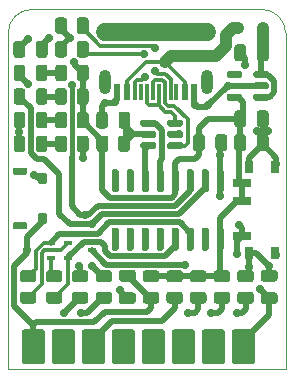
<source format=gbr>
G04 #@! TF.GenerationSoftware,KiCad,Pcbnew,6.0.7+dfsg-1~bpo11+1*
G04 #@! TF.ProjectId,project,70726f6a-6563-4742-9e6b-696361645f70,rev?*
G04 #@! TF.SameCoordinates,Original*
G04 #@! TF.FileFunction,Copper,L1,Top*
G04 #@! TF.FilePolarity,Positive*
%FSLAX46Y46*%
G04 Gerber Fmt 4.6, Leading zero omitted, Abs format (unit mm)*
%MOMM*%
%LPD*%
G01*
G04 APERTURE LIST*
G04 #@! TA.AperFunction,Profile*
%ADD10C,0.100000*%
G04 #@! TD*
G04 #@! TA.AperFunction,SMDPad,CuDef*
%ADD11R,0.600000X0.450000*%
G04 #@! TD*
G04 #@! TA.AperFunction,SMDPad,CuDef*
%ADD12R,1.500000X0.700000*%
G04 #@! TD*
G04 #@! TA.AperFunction,SMDPad,CuDef*
%ADD13R,0.800000X1.000000*%
G04 #@! TD*
G04 #@! TA.AperFunction,SMDPad,CuDef*
%ADD14R,0.600000X1.450000*%
G04 #@! TD*
G04 #@! TA.AperFunction,SMDPad,CuDef*
%ADD15R,0.300000X1.450000*%
G04 #@! TD*
G04 #@! TA.AperFunction,ComponentPad*
%ADD16O,1.000000X2.100000*%
G04 #@! TD*
G04 #@! TA.AperFunction,ComponentPad*
%ADD17O,1.000000X1.600000*%
G04 #@! TD*
G04 #@! TA.AperFunction,SMDPad,CuDef*
%ADD18R,0.700000X0.450000*%
G04 #@! TD*
G04 #@! TA.AperFunction,ViaPad*
%ADD19C,0.700000*%
G04 #@! TD*
G04 #@! TA.AperFunction,Conductor*
%ADD20C,0.500000*%
G04 #@! TD*
G04 #@! TA.AperFunction,Conductor*
%ADD21C,1.000000*%
G04 #@! TD*
G04 #@! TA.AperFunction,Conductor*
%ADD22C,0.300000*%
G04 #@! TD*
G04 #@! TA.AperFunction,Conductor*
%ADD23C,0.400000*%
G04 #@! TD*
G04 #@! TA.AperFunction,Conductor*
%ADD24C,1.500000*%
G04 #@! TD*
G04 APERTURE END LIST*
D10*
X122250000Y-126475000D02*
X101150000Y-126475000D01*
X123500000Y-98000000D02*
X123500000Y-126475000D01*
X100000000Y-98000000D02*
X100000000Y-126475000D01*
X123500000Y-98000000D02*
G75*
G03*
X121500000Y-96000000I-2000000J0D01*
G01*
X122250000Y-126475000D02*
X123500000Y-126475000D01*
X102000000Y-96000000D02*
X121500000Y-96000000D01*
X101150000Y-126475000D02*
X100000000Y-126475000D01*
X102000000Y-96000000D02*
G75*
G03*
X100000000Y-98000000I0J-2000000D01*
G01*
G04 #@! TA.AperFunction,SMDPad,CuDef*
G36*
G01*
X112550000Y-120925000D02*
X111650000Y-120925000D01*
G75*
G02*
X111400000Y-120675000I0J250000D01*
G01*
X111400000Y-120150000D01*
G75*
G02*
X111650000Y-119900000I250000J0D01*
G01*
X112550000Y-119900000D01*
G75*
G02*
X112800000Y-120150000I0J-250000D01*
G01*
X112800000Y-120675000D01*
G75*
G02*
X112550000Y-120925000I-250000J0D01*
G01*
G37*
G04 #@! TD.AperFunction*
G04 #@! TA.AperFunction,SMDPad,CuDef*
G36*
G01*
X112550000Y-119100000D02*
X111650000Y-119100000D01*
G75*
G02*
X111400000Y-118850000I0J250000D01*
G01*
X111400000Y-118325000D01*
G75*
G02*
X111650000Y-118075000I250000J0D01*
G01*
X112550000Y-118075000D01*
G75*
G02*
X112800000Y-118325000I0J-250000D01*
G01*
X112800000Y-118850000D01*
G75*
G02*
X112550000Y-119100000I-250000J0D01*
G01*
G37*
G04 #@! TD.AperFunction*
G04 #@! TA.AperFunction,SMDPad,CuDef*
G36*
G01*
X110325000Y-106925000D02*
X110325000Y-107825000D01*
G75*
G02*
X110075000Y-108075000I-250000J0D01*
G01*
X109550000Y-108075000D01*
G75*
G02*
X109300000Y-107825000I0J250000D01*
G01*
X109300000Y-106925000D01*
G75*
G02*
X109550000Y-106675000I250000J0D01*
G01*
X110075000Y-106675000D01*
G75*
G02*
X110325000Y-106925000I0J-250000D01*
G01*
G37*
G04 #@! TD.AperFunction*
G04 #@! TA.AperFunction,SMDPad,CuDef*
G36*
G01*
X108500000Y-106925000D02*
X108500000Y-107825000D01*
G75*
G02*
X108250000Y-108075000I-250000J0D01*
G01*
X107725000Y-108075000D01*
G75*
G02*
X107475000Y-107825000I0J250000D01*
G01*
X107475000Y-106925000D01*
G75*
G02*
X107725000Y-106675000I250000J0D01*
G01*
X108250000Y-106675000D01*
G75*
G02*
X108500000Y-106925000I0J-250000D01*
G01*
G37*
G04 #@! TD.AperFunction*
G04 #@! TA.AperFunction,SMDPad,CuDef*
G36*
G01*
X109625000Y-118050000D02*
X110575000Y-118050000D01*
G75*
G02*
X110825000Y-118300000I0J-250000D01*
G01*
X110825000Y-118800000D01*
G75*
G02*
X110575000Y-119050000I-250000J0D01*
G01*
X109625000Y-119050000D01*
G75*
G02*
X109375000Y-118800000I0J250000D01*
G01*
X109375000Y-118300000D01*
G75*
G02*
X109625000Y-118050000I250000J0D01*
G01*
G37*
G04 #@! TD.AperFunction*
G04 #@! TA.AperFunction,SMDPad,CuDef*
G36*
G01*
X109625000Y-119950000D02*
X110575000Y-119950000D01*
G75*
G02*
X110825000Y-120200000I0J-250000D01*
G01*
X110825000Y-120700000D01*
G75*
G02*
X110575000Y-120950000I-250000J0D01*
G01*
X109625000Y-120950000D01*
G75*
G02*
X109375000Y-120700000I0J250000D01*
G01*
X109375000Y-120200000D01*
G75*
G02*
X109625000Y-119950000I250000J0D01*
G01*
G37*
G04 #@! TD.AperFunction*
G04 #@! TA.AperFunction,SMDPad,CuDef*
G36*
G01*
X103450000Y-118075000D02*
X104350000Y-118075000D01*
G75*
G02*
X104600000Y-118325000I0J-250000D01*
G01*
X104600000Y-118850000D01*
G75*
G02*
X104350000Y-119100000I-250000J0D01*
G01*
X103450000Y-119100000D01*
G75*
G02*
X103200000Y-118850000I0J250000D01*
G01*
X103200000Y-118325000D01*
G75*
G02*
X103450000Y-118075000I250000J0D01*
G01*
G37*
G04 #@! TD.AperFunction*
G04 #@! TA.AperFunction,SMDPad,CuDef*
G36*
G01*
X103450000Y-119900000D02*
X104350000Y-119900000D01*
G75*
G02*
X104600000Y-120150000I0J-250000D01*
G01*
X104600000Y-120675000D01*
G75*
G02*
X104350000Y-120925000I-250000J0D01*
G01*
X103450000Y-120925000D01*
G75*
G02*
X103200000Y-120675000I0J250000D01*
G01*
X103200000Y-120150000D01*
G75*
G02*
X103450000Y-119900000I250000J0D01*
G01*
G37*
G04 #@! TD.AperFunction*
G04 #@! TA.AperFunction,SMDPad,CuDef*
G36*
G01*
X103350000Y-98900000D02*
X103350000Y-99850000D01*
G75*
G02*
X103100000Y-100100000I-250000J0D01*
G01*
X102600000Y-100100000D01*
G75*
G02*
X102350000Y-99850000I0J250000D01*
G01*
X102350000Y-98900000D01*
G75*
G02*
X102600000Y-98650000I250000J0D01*
G01*
X103100000Y-98650000D01*
G75*
G02*
X103350000Y-98900000I0J-250000D01*
G01*
G37*
G04 #@! TD.AperFunction*
G04 #@! TA.AperFunction,SMDPad,CuDef*
G36*
G01*
X101450000Y-98900000D02*
X101450000Y-99850000D01*
G75*
G02*
X101200000Y-100100000I-250000J0D01*
G01*
X100700000Y-100100000D01*
G75*
G02*
X100450000Y-99850000I0J250000D01*
G01*
X100450000Y-98900000D01*
G75*
G02*
X100700000Y-98650000I250000J0D01*
G01*
X101200000Y-98650000D01*
G75*
G02*
X101450000Y-98900000I0J-250000D01*
G01*
G37*
G04 #@! TD.AperFunction*
G04 #@! TA.AperFunction,SMDPad,CuDef*
G36*
G01*
X100475000Y-101831250D02*
X100475000Y-100918750D01*
G75*
G02*
X100718750Y-100675000I243750J0D01*
G01*
X101206250Y-100675000D01*
G75*
G02*
X101450000Y-100918750I0J-243750D01*
G01*
X101450000Y-101831250D01*
G75*
G02*
X101206250Y-102075000I-243750J0D01*
G01*
X100718750Y-102075000D01*
G75*
G02*
X100475000Y-101831250I0J243750D01*
G01*
G37*
G04 #@! TD.AperFunction*
G04 #@! TA.AperFunction,SMDPad,CuDef*
G36*
G01*
X102350000Y-101831250D02*
X102350000Y-100918750D01*
G75*
G02*
X102593750Y-100675000I243750J0D01*
G01*
X103081250Y-100675000D01*
G75*
G02*
X103325000Y-100918750I0J-243750D01*
G01*
X103325000Y-101831250D01*
G75*
G02*
X103081250Y-102075000I-243750J0D01*
G01*
X102593750Y-102075000D01*
G75*
G02*
X102350000Y-101831250I0J243750D01*
G01*
G37*
G04 #@! TD.AperFunction*
G04 #@! TA.AperFunction,SMDPad,CuDef*
G36*
G01*
X100475000Y-103831250D02*
X100475000Y-102918750D01*
G75*
G02*
X100718750Y-102675000I243750J0D01*
G01*
X101206250Y-102675000D01*
G75*
G02*
X101450000Y-102918750I0J-243750D01*
G01*
X101450000Y-103831250D01*
G75*
G02*
X101206250Y-104075000I-243750J0D01*
G01*
X100718750Y-104075000D01*
G75*
G02*
X100475000Y-103831250I0J243750D01*
G01*
G37*
G04 #@! TD.AperFunction*
G04 #@! TA.AperFunction,SMDPad,CuDef*
G36*
G01*
X102350000Y-103831250D02*
X102350000Y-102918750D01*
G75*
G02*
X102593750Y-102675000I243750J0D01*
G01*
X103081250Y-102675000D01*
G75*
G02*
X103325000Y-102918750I0J-243750D01*
G01*
X103325000Y-103831250D01*
G75*
G02*
X103081250Y-104075000I-243750J0D01*
G01*
X102593750Y-104075000D01*
G75*
G02*
X102350000Y-103831250I0J243750D01*
G01*
G37*
G04 #@! TD.AperFunction*
G04 #@! TA.AperFunction,SMDPad,CuDef*
G36*
G01*
X119150000Y-107750000D02*
X119150000Y-106800000D01*
G75*
G02*
X119400000Y-106550000I250000J0D01*
G01*
X119900000Y-106550000D01*
G75*
G02*
X120150000Y-106800000I0J-250000D01*
G01*
X120150000Y-107750000D01*
G75*
G02*
X119900000Y-108000000I-250000J0D01*
G01*
X119400000Y-108000000D01*
G75*
G02*
X119150000Y-107750000I0J250000D01*
G01*
G37*
G04 #@! TD.AperFunction*
G04 #@! TA.AperFunction,SMDPad,CuDef*
G36*
G01*
X121050000Y-107750000D02*
X121050000Y-106800000D01*
G75*
G02*
X121300000Y-106550000I250000J0D01*
G01*
X121800000Y-106550000D01*
G75*
G02*
X122050000Y-106800000I0J-250000D01*
G01*
X122050000Y-107750000D01*
G75*
G02*
X121800000Y-108000000I-250000J0D01*
G01*
X121300000Y-108000000D01*
G75*
G02*
X121050000Y-107750000I0J250000D01*
G01*
G37*
G04 #@! TD.AperFunction*
G04 #@! TA.AperFunction,SMDPad,CuDef*
G36*
G01*
X118550000Y-120925000D02*
X117650000Y-120925000D01*
G75*
G02*
X117400000Y-120675000I0J250000D01*
G01*
X117400000Y-120150000D01*
G75*
G02*
X117650000Y-119900000I250000J0D01*
G01*
X118550000Y-119900000D01*
G75*
G02*
X118800000Y-120150000I0J-250000D01*
G01*
X118800000Y-120675000D01*
G75*
G02*
X118550000Y-120925000I-250000J0D01*
G01*
G37*
G04 #@! TD.AperFunction*
G04 #@! TA.AperFunction,SMDPad,CuDef*
G36*
G01*
X118550000Y-119100000D02*
X117650000Y-119100000D01*
G75*
G02*
X117400000Y-118850000I0J250000D01*
G01*
X117400000Y-118325000D01*
G75*
G02*
X117650000Y-118075000I250000J0D01*
G01*
X118550000Y-118075000D01*
G75*
G02*
X118800000Y-118325000I0J-250000D01*
G01*
X118800000Y-118850000D01*
G75*
G02*
X118550000Y-119100000I-250000J0D01*
G01*
G37*
G04 #@! TD.AperFunction*
G04 #@! TA.AperFunction,SMDPad,CuDef*
G36*
G01*
X117795000Y-109525000D02*
X118095000Y-109525000D01*
G75*
G02*
X118245000Y-109675000I0J-150000D01*
G01*
X118245000Y-111325000D01*
G75*
G02*
X118095000Y-111475000I-150000J0D01*
G01*
X117795000Y-111475000D01*
G75*
G02*
X117645000Y-111325000I0J150000D01*
G01*
X117645000Y-109675000D01*
G75*
G02*
X117795000Y-109525000I150000J0D01*
G01*
G37*
G04 #@! TD.AperFunction*
G04 #@! TA.AperFunction,SMDPad,CuDef*
G36*
G01*
X116525000Y-109525000D02*
X116825000Y-109525000D01*
G75*
G02*
X116975000Y-109675000I0J-150000D01*
G01*
X116975000Y-111325000D01*
G75*
G02*
X116825000Y-111475000I-150000J0D01*
G01*
X116525000Y-111475000D01*
G75*
G02*
X116375000Y-111325000I0J150000D01*
G01*
X116375000Y-109675000D01*
G75*
G02*
X116525000Y-109525000I150000J0D01*
G01*
G37*
G04 #@! TD.AperFunction*
G04 #@! TA.AperFunction,SMDPad,CuDef*
G36*
G01*
X115255000Y-109525000D02*
X115555000Y-109525000D01*
G75*
G02*
X115705000Y-109675000I0J-150000D01*
G01*
X115705000Y-111325000D01*
G75*
G02*
X115555000Y-111475000I-150000J0D01*
G01*
X115255000Y-111475000D01*
G75*
G02*
X115105000Y-111325000I0J150000D01*
G01*
X115105000Y-109675000D01*
G75*
G02*
X115255000Y-109525000I150000J0D01*
G01*
G37*
G04 #@! TD.AperFunction*
G04 #@! TA.AperFunction,SMDPad,CuDef*
G36*
G01*
X113985000Y-109525000D02*
X114285000Y-109525000D01*
G75*
G02*
X114435000Y-109675000I0J-150000D01*
G01*
X114435000Y-111325000D01*
G75*
G02*
X114285000Y-111475000I-150000J0D01*
G01*
X113985000Y-111475000D01*
G75*
G02*
X113835000Y-111325000I0J150000D01*
G01*
X113835000Y-109675000D01*
G75*
G02*
X113985000Y-109525000I150000J0D01*
G01*
G37*
G04 #@! TD.AperFunction*
G04 #@! TA.AperFunction,SMDPad,CuDef*
G36*
G01*
X112715000Y-109525000D02*
X113015000Y-109525000D01*
G75*
G02*
X113165000Y-109675000I0J-150000D01*
G01*
X113165000Y-111325000D01*
G75*
G02*
X113015000Y-111475000I-150000J0D01*
G01*
X112715000Y-111475000D01*
G75*
G02*
X112565000Y-111325000I0J150000D01*
G01*
X112565000Y-109675000D01*
G75*
G02*
X112715000Y-109525000I150000J0D01*
G01*
G37*
G04 #@! TD.AperFunction*
G04 #@! TA.AperFunction,SMDPad,CuDef*
G36*
G01*
X111445000Y-109525000D02*
X111745000Y-109525000D01*
G75*
G02*
X111895000Y-109675000I0J-150000D01*
G01*
X111895000Y-111325000D01*
G75*
G02*
X111745000Y-111475000I-150000J0D01*
G01*
X111445000Y-111475000D01*
G75*
G02*
X111295000Y-111325000I0J150000D01*
G01*
X111295000Y-109675000D01*
G75*
G02*
X111445000Y-109525000I150000J0D01*
G01*
G37*
G04 #@! TD.AperFunction*
G04 #@! TA.AperFunction,SMDPad,CuDef*
G36*
G01*
X110175000Y-109525000D02*
X110475000Y-109525000D01*
G75*
G02*
X110625000Y-109675000I0J-150000D01*
G01*
X110625000Y-111325000D01*
G75*
G02*
X110475000Y-111475000I-150000J0D01*
G01*
X110175000Y-111475000D01*
G75*
G02*
X110025000Y-111325000I0J150000D01*
G01*
X110025000Y-109675000D01*
G75*
G02*
X110175000Y-109525000I150000J0D01*
G01*
G37*
G04 #@! TD.AperFunction*
G04 #@! TA.AperFunction,SMDPad,CuDef*
G36*
G01*
X108905000Y-109525000D02*
X109205000Y-109525000D01*
G75*
G02*
X109355000Y-109675000I0J-150000D01*
G01*
X109355000Y-111325000D01*
G75*
G02*
X109205000Y-111475000I-150000J0D01*
G01*
X108905000Y-111475000D01*
G75*
G02*
X108755000Y-111325000I0J150000D01*
G01*
X108755000Y-109675000D01*
G75*
G02*
X108905000Y-109525000I150000J0D01*
G01*
G37*
G04 #@! TD.AperFunction*
G04 #@! TA.AperFunction,SMDPad,CuDef*
G36*
G01*
X108905000Y-114475000D02*
X109205000Y-114475000D01*
G75*
G02*
X109355000Y-114625000I0J-150000D01*
G01*
X109355000Y-116275000D01*
G75*
G02*
X109205000Y-116425000I-150000J0D01*
G01*
X108905000Y-116425000D01*
G75*
G02*
X108755000Y-116275000I0J150000D01*
G01*
X108755000Y-114625000D01*
G75*
G02*
X108905000Y-114475000I150000J0D01*
G01*
G37*
G04 #@! TD.AperFunction*
G04 #@! TA.AperFunction,SMDPad,CuDef*
G36*
G01*
X110175000Y-114475000D02*
X110475000Y-114475000D01*
G75*
G02*
X110625000Y-114625000I0J-150000D01*
G01*
X110625000Y-116275000D01*
G75*
G02*
X110475000Y-116425000I-150000J0D01*
G01*
X110175000Y-116425000D01*
G75*
G02*
X110025000Y-116275000I0J150000D01*
G01*
X110025000Y-114625000D01*
G75*
G02*
X110175000Y-114475000I150000J0D01*
G01*
G37*
G04 #@! TD.AperFunction*
G04 #@! TA.AperFunction,SMDPad,CuDef*
G36*
G01*
X111445000Y-114475000D02*
X111745000Y-114475000D01*
G75*
G02*
X111895000Y-114625000I0J-150000D01*
G01*
X111895000Y-116275000D01*
G75*
G02*
X111745000Y-116425000I-150000J0D01*
G01*
X111445000Y-116425000D01*
G75*
G02*
X111295000Y-116275000I0J150000D01*
G01*
X111295000Y-114625000D01*
G75*
G02*
X111445000Y-114475000I150000J0D01*
G01*
G37*
G04 #@! TD.AperFunction*
G04 #@! TA.AperFunction,SMDPad,CuDef*
G36*
G01*
X112715000Y-114475000D02*
X113015000Y-114475000D01*
G75*
G02*
X113165000Y-114625000I0J-150000D01*
G01*
X113165000Y-116275000D01*
G75*
G02*
X113015000Y-116425000I-150000J0D01*
G01*
X112715000Y-116425000D01*
G75*
G02*
X112565000Y-116275000I0J150000D01*
G01*
X112565000Y-114625000D01*
G75*
G02*
X112715000Y-114475000I150000J0D01*
G01*
G37*
G04 #@! TD.AperFunction*
G04 #@! TA.AperFunction,SMDPad,CuDef*
G36*
G01*
X113985000Y-114475000D02*
X114285000Y-114475000D01*
G75*
G02*
X114435000Y-114625000I0J-150000D01*
G01*
X114435000Y-116275000D01*
G75*
G02*
X114285000Y-116425000I-150000J0D01*
G01*
X113985000Y-116425000D01*
G75*
G02*
X113835000Y-116275000I0J150000D01*
G01*
X113835000Y-114625000D01*
G75*
G02*
X113985000Y-114475000I150000J0D01*
G01*
G37*
G04 #@! TD.AperFunction*
G04 #@! TA.AperFunction,SMDPad,CuDef*
G36*
G01*
X115255000Y-114475000D02*
X115555000Y-114475000D01*
G75*
G02*
X115705000Y-114625000I0J-150000D01*
G01*
X115705000Y-116275000D01*
G75*
G02*
X115555000Y-116425000I-150000J0D01*
G01*
X115255000Y-116425000D01*
G75*
G02*
X115105000Y-116275000I0J150000D01*
G01*
X115105000Y-114625000D01*
G75*
G02*
X115255000Y-114475000I150000J0D01*
G01*
G37*
G04 #@! TD.AperFunction*
G04 #@! TA.AperFunction,SMDPad,CuDef*
G36*
G01*
X116525000Y-114475000D02*
X116825000Y-114475000D01*
G75*
G02*
X116975000Y-114625000I0J-150000D01*
G01*
X116975000Y-116275000D01*
G75*
G02*
X116825000Y-116425000I-150000J0D01*
G01*
X116525000Y-116425000D01*
G75*
G02*
X116375000Y-116275000I0J150000D01*
G01*
X116375000Y-114625000D01*
G75*
G02*
X116525000Y-114475000I150000J0D01*
G01*
G37*
G04 #@! TD.AperFunction*
G04 #@! TA.AperFunction,SMDPad,CuDef*
G36*
G01*
X117795000Y-114475000D02*
X118095000Y-114475000D01*
G75*
G02*
X118245000Y-114625000I0J-150000D01*
G01*
X118245000Y-116275000D01*
G75*
G02*
X118095000Y-116425000I-150000J0D01*
G01*
X117795000Y-116425000D01*
G75*
G02*
X117645000Y-116275000I0J150000D01*
G01*
X117645000Y-114625000D01*
G75*
G02*
X117795000Y-114475000I150000J0D01*
G01*
G37*
G04 #@! TD.AperFunction*
G04 #@! TA.AperFunction,SMDPad,CuDef*
G36*
G01*
X115650000Y-107750000D02*
X115650000Y-106800000D01*
G75*
G02*
X115900000Y-106550000I250000J0D01*
G01*
X116400000Y-106550000D01*
G75*
G02*
X116650000Y-106800000I0J-250000D01*
G01*
X116650000Y-107750000D01*
G75*
G02*
X116400000Y-108000000I-250000J0D01*
G01*
X115900000Y-108000000D01*
G75*
G02*
X115650000Y-107750000I0J250000D01*
G01*
G37*
G04 #@! TD.AperFunction*
G04 #@! TA.AperFunction,SMDPad,CuDef*
G36*
G01*
X117550000Y-107750000D02*
X117550000Y-106800000D01*
G75*
G02*
X117800000Y-106550000I250000J0D01*
G01*
X118300000Y-106550000D01*
G75*
G02*
X118550000Y-106800000I0J-250000D01*
G01*
X118550000Y-107750000D01*
G75*
G02*
X118300000Y-108000000I-250000J0D01*
G01*
X117800000Y-108000000D01*
G75*
G02*
X117550000Y-107750000I0J250000D01*
G01*
G37*
G04 #@! TD.AperFunction*
G04 #@! TA.AperFunction,SMDPad,CuDef*
G36*
G01*
X103975000Y-99825000D02*
X103975000Y-98925000D01*
G75*
G02*
X104225000Y-98675000I250000J0D01*
G01*
X104750000Y-98675000D01*
G75*
G02*
X105000000Y-98925000I0J-250000D01*
G01*
X105000000Y-99825000D01*
G75*
G02*
X104750000Y-100075000I-250000J0D01*
G01*
X104225000Y-100075000D01*
G75*
G02*
X103975000Y-99825000I0J250000D01*
G01*
G37*
G04 #@! TD.AperFunction*
G04 #@! TA.AperFunction,SMDPad,CuDef*
G36*
G01*
X105800000Y-99825000D02*
X105800000Y-98925000D01*
G75*
G02*
X106050000Y-98675000I250000J0D01*
G01*
X106575000Y-98675000D01*
G75*
G02*
X106825000Y-98925000I0J-250000D01*
G01*
X106825000Y-99825000D01*
G75*
G02*
X106575000Y-100075000I-250000J0D01*
G01*
X106050000Y-100075000D01*
G75*
G02*
X105800000Y-99825000I0J250000D01*
G01*
G37*
G04 #@! TD.AperFunction*
D11*
X121550000Y-97575000D03*
X119450000Y-97575000D03*
G04 #@! TA.AperFunction,SMDPad,CuDef*
G36*
G01*
X103975000Y-103825000D02*
X103975000Y-102925000D01*
G75*
G02*
X104225000Y-102675000I250000J0D01*
G01*
X104750000Y-102675000D01*
G75*
G02*
X105000000Y-102925000I0J-250000D01*
G01*
X105000000Y-103825000D01*
G75*
G02*
X104750000Y-104075000I-250000J0D01*
G01*
X104225000Y-104075000D01*
G75*
G02*
X103975000Y-103825000I0J250000D01*
G01*
G37*
G04 #@! TD.AperFunction*
G04 #@! TA.AperFunction,SMDPad,CuDef*
G36*
G01*
X105800000Y-103825000D02*
X105800000Y-102925000D01*
G75*
G02*
X106050000Y-102675000I250000J0D01*
G01*
X106575000Y-102675000D01*
G75*
G02*
X106825000Y-102925000I0J-250000D01*
G01*
X106825000Y-103825000D01*
G75*
G02*
X106575000Y-104075000I-250000J0D01*
G01*
X106050000Y-104075000D01*
G75*
G02*
X105800000Y-103825000I0J250000D01*
G01*
G37*
G04 #@! TD.AperFunction*
G04 #@! TA.AperFunction,SMDPad,CuDef*
G36*
G01*
X103975000Y-97825000D02*
X103975000Y-96925000D01*
G75*
G02*
X104225000Y-96675000I250000J0D01*
G01*
X104750000Y-96675000D01*
G75*
G02*
X105000000Y-96925000I0J-250000D01*
G01*
X105000000Y-97825000D01*
G75*
G02*
X104750000Y-98075000I-250000J0D01*
G01*
X104225000Y-98075000D01*
G75*
G02*
X103975000Y-97825000I0J250000D01*
G01*
G37*
G04 #@! TD.AperFunction*
G04 #@! TA.AperFunction,SMDPad,CuDef*
G36*
G01*
X105800000Y-97825000D02*
X105800000Y-96925000D01*
G75*
G02*
X106050000Y-96675000I250000J0D01*
G01*
X106575000Y-96675000D01*
G75*
G02*
X106825000Y-96925000I0J-250000D01*
G01*
X106825000Y-97825000D01*
G75*
G02*
X106575000Y-98075000I-250000J0D01*
G01*
X106050000Y-98075000D01*
G75*
G02*
X105800000Y-97825000I0J250000D01*
G01*
G37*
G04 #@! TD.AperFunction*
G04 #@! TA.AperFunction,SMDPad,CuDef*
G36*
G01*
X122100000Y-103275000D02*
X122100000Y-103575000D01*
G75*
G02*
X121950000Y-103725000I-150000J0D01*
G01*
X120925000Y-103725000D01*
G75*
G02*
X120775000Y-103575000I0J150000D01*
G01*
X120775000Y-103275000D01*
G75*
G02*
X120925000Y-103125000I150000J0D01*
G01*
X121950000Y-103125000D01*
G75*
G02*
X122100000Y-103275000I0J-150000D01*
G01*
G37*
G04 #@! TD.AperFunction*
G04 #@! TA.AperFunction,SMDPad,CuDef*
G36*
G01*
X122100000Y-102325000D02*
X122100000Y-102625000D01*
G75*
G02*
X121950000Y-102775000I-150000J0D01*
G01*
X120925000Y-102775000D01*
G75*
G02*
X120775000Y-102625000I0J150000D01*
G01*
X120775000Y-102325000D01*
G75*
G02*
X120925000Y-102175000I150000J0D01*
G01*
X121950000Y-102175000D01*
G75*
G02*
X122100000Y-102325000I0J-150000D01*
G01*
G37*
G04 #@! TD.AperFunction*
G04 #@! TA.AperFunction,SMDPad,CuDef*
G36*
G01*
X122100000Y-101375000D02*
X122100000Y-101675000D01*
G75*
G02*
X121950000Y-101825000I-150000J0D01*
G01*
X120925000Y-101825000D01*
G75*
G02*
X120775000Y-101675000I0J150000D01*
G01*
X120775000Y-101375000D01*
G75*
G02*
X120925000Y-101225000I150000J0D01*
G01*
X121950000Y-101225000D01*
G75*
G02*
X122100000Y-101375000I0J-150000D01*
G01*
G37*
G04 #@! TD.AperFunction*
G04 #@! TA.AperFunction,SMDPad,CuDef*
G36*
G01*
X119825000Y-101375000D02*
X119825000Y-101675000D01*
G75*
G02*
X119675000Y-101825000I-150000J0D01*
G01*
X118650000Y-101825000D01*
G75*
G02*
X118500000Y-101675000I0J150000D01*
G01*
X118500000Y-101375000D01*
G75*
G02*
X118650000Y-101225000I150000J0D01*
G01*
X119675000Y-101225000D01*
G75*
G02*
X119825000Y-101375000I0J-150000D01*
G01*
G37*
G04 #@! TD.AperFunction*
G04 #@! TA.AperFunction,SMDPad,CuDef*
G36*
G01*
X119825000Y-103275000D02*
X119825000Y-103575000D01*
G75*
G02*
X119675000Y-103725000I-150000J0D01*
G01*
X118650000Y-103725000D01*
G75*
G02*
X118500000Y-103575000I0J150000D01*
G01*
X118500000Y-103275000D01*
G75*
G02*
X118650000Y-103125000I150000J0D01*
G01*
X119675000Y-103125000D01*
G75*
G02*
X119825000Y-103275000I0J-150000D01*
G01*
G37*
G04 #@! TD.AperFunction*
G04 #@! TA.AperFunction,SMDPad,CuDef*
G36*
G01*
X103975000Y-107825000D02*
X103975000Y-106925000D01*
G75*
G02*
X104225000Y-106675000I250000J0D01*
G01*
X104750000Y-106675000D01*
G75*
G02*
X105000000Y-106925000I0J-250000D01*
G01*
X105000000Y-107825000D01*
G75*
G02*
X104750000Y-108075000I-250000J0D01*
G01*
X104225000Y-108075000D01*
G75*
G02*
X103975000Y-107825000I0J250000D01*
G01*
G37*
G04 #@! TD.AperFunction*
G04 #@! TA.AperFunction,SMDPad,CuDef*
G36*
G01*
X105800000Y-107825000D02*
X105800000Y-106925000D01*
G75*
G02*
X106050000Y-106675000I250000J0D01*
G01*
X106575000Y-106675000D01*
G75*
G02*
X106825000Y-106925000I0J-250000D01*
G01*
X106825000Y-107825000D01*
G75*
G02*
X106575000Y-108075000I-250000J0D01*
G01*
X106050000Y-108075000D01*
G75*
G02*
X105800000Y-107825000I0J250000D01*
G01*
G37*
G04 #@! TD.AperFunction*
G04 #@! TA.AperFunction,SMDPad,CuDef*
G36*
G01*
X114800000Y-107375000D02*
X114800000Y-107675000D01*
G75*
G02*
X114650000Y-107825000I-150000J0D01*
G01*
X113625000Y-107825000D01*
G75*
G02*
X113475000Y-107675000I0J150000D01*
G01*
X113475000Y-107375000D01*
G75*
G02*
X113625000Y-107225000I150000J0D01*
G01*
X114650000Y-107225000D01*
G75*
G02*
X114800000Y-107375000I0J-150000D01*
G01*
G37*
G04 #@! TD.AperFunction*
G04 #@! TA.AperFunction,SMDPad,CuDef*
G36*
G01*
X114800000Y-106425000D02*
X114800000Y-106725000D01*
G75*
G02*
X114650000Y-106875000I-150000J0D01*
G01*
X113625000Y-106875000D01*
G75*
G02*
X113475000Y-106725000I0J150000D01*
G01*
X113475000Y-106425000D01*
G75*
G02*
X113625000Y-106275000I150000J0D01*
G01*
X114650000Y-106275000D01*
G75*
G02*
X114800000Y-106425000I0J-150000D01*
G01*
G37*
G04 #@! TD.AperFunction*
G04 #@! TA.AperFunction,SMDPad,CuDef*
G36*
G01*
X114800000Y-105475000D02*
X114800000Y-105775000D01*
G75*
G02*
X114650000Y-105925000I-150000J0D01*
G01*
X113625000Y-105925000D01*
G75*
G02*
X113475000Y-105775000I0J150000D01*
G01*
X113475000Y-105475000D01*
G75*
G02*
X113625000Y-105325000I150000J0D01*
G01*
X114650000Y-105325000D01*
G75*
G02*
X114800000Y-105475000I0J-150000D01*
G01*
G37*
G04 #@! TD.AperFunction*
G04 #@! TA.AperFunction,SMDPad,CuDef*
G36*
G01*
X112525000Y-105475000D02*
X112525000Y-105775000D01*
G75*
G02*
X112375000Y-105925000I-150000J0D01*
G01*
X111350000Y-105925000D01*
G75*
G02*
X111200000Y-105775000I0J150000D01*
G01*
X111200000Y-105475000D01*
G75*
G02*
X111350000Y-105325000I150000J0D01*
G01*
X112375000Y-105325000D01*
G75*
G02*
X112525000Y-105475000I0J-150000D01*
G01*
G37*
G04 #@! TD.AperFunction*
G04 #@! TA.AperFunction,SMDPad,CuDef*
G36*
G01*
X112525000Y-106425000D02*
X112525000Y-106725000D01*
G75*
G02*
X112375000Y-106875000I-150000J0D01*
G01*
X111350000Y-106875000D01*
G75*
G02*
X111200000Y-106725000I0J150000D01*
G01*
X111200000Y-106425000D01*
G75*
G02*
X111350000Y-106275000I150000J0D01*
G01*
X112375000Y-106275000D01*
G75*
G02*
X112525000Y-106425000I0J-150000D01*
G01*
G37*
G04 #@! TD.AperFunction*
G04 #@! TA.AperFunction,SMDPad,CuDef*
G36*
G01*
X112525000Y-107375000D02*
X112525000Y-107675000D01*
G75*
G02*
X112375000Y-107825000I-150000J0D01*
G01*
X111350000Y-107825000D01*
G75*
G02*
X111200000Y-107675000I0J150000D01*
G01*
X111200000Y-107375000D01*
G75*
G02*
X111350000Y-107225000I150000J0D01*
G01*
X112375000Y-107225000D01*
G75*
G02*
X112525000Y-107375000I0J-150000D01*
G01*
G37*
G04 #@! TD.AperFunction*
D12*
X119772000Y-115225000D03*
X119772000Y-112225000D03*
X119772000Y-110725000D03*
D13*
X120422000Y-116625000D03*
X122632000Y-116625000D03*
X120422000Y-109325000D03*
X122632000Y-109325000D03*
G04 #@! TA.AperFunction,SMDPad,CuDef*
G36*
G01*
X100475000Y-107831250D02*
X100475000Y-106918750D01*
G75*
G02*
X100718750Y-106675000I243750J0D01*
G01*
X101206250Y-106675000D01*
G75*
G02*
X101450000Y-106918750I0J-243750D01*
G01*
X101450000Y-107831250D01*
G75*
G02*
X101206250Y-108075000I-243750J0D01*
G01*
X100718750Y-108075000D01*
G75*
G02*
X100475000Y-107831250I0J243750D01*
G01*
G37*
G04 #@! TD.AperFunction*
G04 #@! TA.AperFunction,SMDPad,CuDef*
G36*
G01*
X102350000Y-107831250D02*
X102350000Y-106918750D01*
G75*
G02*
X102593750Y-106675000I243750J0D01*
G01*
X103081250Y-106675000D01*
G75*
G02*
X103325000Y-106918750I0J-243750D01*
G01*
X103325000Y-107831250D01*
G75*
G02*
X103081250Y-108075000I-243750J0D01*
G01*
X102593750Y-108075000D01*
G75*
G02*
X102350000Y-107831250I0J243750D01*
G01*
G37*
G04 #@! TD.AperFunction*
G04 #@! TA.AperFunction,SMDPad,CuDef*
G36*
G01*
X110350000Y-104900000D02*
X110350000Y-105850000D01*
G75*
G02*
X110100000Y-106100000I-250000J0D01*
G01*
X109600000Y-106100000D01*
G75*
G02*
X109350000Y-105850000I0J250000D01*
G01*
X109350000Y-104900000D01*
G75*
G02*
X109600000Y-104650000I250000J0D01*
G01*
X110100000Y-104650000D01*
G75*
G02*
X110350000Y-104900000I0J-250000D01*
G01*
G37*
G04 #@! TD.AperFunction*
G04 #@! TA.AperFunction,SMDPad,CuDef*
G36*
G01*
X108450000Y-104900000D02*
X108450000Y-105850000D01*
G75*
G02*
X108200000Y-106100000I-250000J0D01*
G01*
X107700000Y-106100000D01*
G75*
G02*
X107450000Y-105850000I0J250000D01*
G01*
X107450000Y-104900000D01*
G75*
G02*
X107700000Y-104650000I250000J0D01*
G01*
X108200000Y-104650000D01*
G75*
G02*
X108450000Y-104900000I0J-250000D01*
G01*
G37*
G04 #@! TD.AperFunction*
G04 #@! TA.AperFunction,SMDPad,CuDef*
G36*
G01*
X100475000Y-105831250D02*
X100475000Y-104918750D01*
G75*
G02*
X100718750Y-104675000I243750J0D01*
G01*
X101206250Y-104675000D01*
G75*
G02*
X101450000Y-104918750I0J-243750D01*
G01*
X101450000Y-105831250D01*
G75*
G02*
X101206250Y-106075000I-243750J0D01*
G01*
X100718750Y-106075000D01*
G75*
G02*
X100475000Y-105831250I0J243750D01*
G01*
G37*
G04 #@! TD.AperFunction*
G04 #@! TA.AperFunction,SMDPad,CuDef*
G36*
G01*
X102350000Y-105831250D02*
X102350000Y-104918750D01*
G75*
G02*
X102593750Y-104675000I243750J0D01*
G01*
X103081250Y-104675000D01*
G75*
G02*
X103325000Y-104918750I0J-243750D01*
G01*
X103325000Y-105831250D01*
G75*
G02*
X103081250Y-106075000I-243750J0D01*
G01*
X102593750Y-106075000D01*
G75*
G02*
X102350000Y-105831250I0J243750D01*
G01*
G37*
G04 #@! TD.AperFunction*
G04 #@! TA.AperFunction,SMDPad,CuDef*
G36*
G01*
X103975000Y-101825000D02*
X103975000Y-100925000D01*
G75*
G02*
X104225000Y-100675000I250000J0D01*
G01*
X104750000Y-100675000D01*
G75*
G02*
X105000000Y-100925000I0J-250000D01*
G01*
X105000000Y-101825000D01*
G75*
G02*
X104750000Y-102075000I-250000J0D01*
G01*
X104225000Y-102075000D01*
G75*
G02*
X103975000Y-101825000I0J250000D01*
G01*
G37*
G04 #@! TD.AperFunction*
G04 #@! TA.AperFunction,SMDPad,CuDef*
G36*
G01*
X105800000Y-101825000D02*
X105800000Y-100925000D01*
G75*
G02*
X106050000Y-100675000I250000J0D01*
G01*
X106575000Y-100675000D01*
G75*
G02*
X106825000Y-100925000I0J-250000D01*
G01*
X106825000Y-101825000D01*
G75*
G02*
X106575000Y-102075000I-250000J0D01*
G01*
X106050000Y-102075000D01*
G75*
G02*
X105800000Y-101825000I0J250000D01*
G01*
G37*
G04 #@! TD.AperFunction*
D14*
X115750000Y-103020000D03*
X114950000Y-103020000D03*
D15*
X113750000Y-103020000D03*
X112750000Y-103020000D03*
X112250000Y-103020000D03*
X111250000Y-103020000D03*
D14*
X110050000Y-103020000D03*
X109250000Y-103020000D03*
X109250000Y-103020000D03*
X110050000Y-103020000D03*
D15*
X110750000Y-103020000D03*
X111750000Y-103020000D03*
X113250000Y-103020000D03*
X114250000Y-103020000D03*
D14*
X114950000Y-103020000D03*
X115750000Y-103020000D03*
D16*
X116820000Y-102105000D03*
X108180000Y-102105000D03*
D17*
X108180000Y-97925000D03*
X116820000Y-97925000D03*
G04 #@! TA.AperFunction,SMDPad,CuDef*
G36*
G01*
X101250000Y-118075000D02*
X102150000Y-118075000D01*
G75*
G02*
X102400000Y-118325000I0J-250000D01*
G01*
X102400000Y-118850000D01*
G75*
G02*
X102150000Y-119100000I-250000J0D01*
G01*
X101250000Y-119100000D01*
G75*
G02*
X101000000Y-118850000I0J250000D01*
G01*
X101000000Y-118325000D01*
G75*
G02*
X101250000Y-118075000I250000J0D01*
G01*
G37*
G04 #@! TD.AperFunction*
G04 #@! TA.AperFunction,SMDPad,CuDef*
G36*
G01*
X101250000Y-119900000D02*
X102150000Y-119900000D01*
G75*
G02*
X102400000Y-120150000I0J-250000D01*
G01*
X102400000Y-120675000D01*
G75*
G02*
X102150000Y-120925000I-250000J0D01*
G01*
X101250000Y-120925000D01*
G75*
G02*
X101000000Y-120675000I0J250000D01*
G01*
X101000000Y-120150000D01*
G75*
G02*
X101250000Y-119900000I250000J0D01*
G01*
G37*
G04 #@! TD.AperFunction*
G04 #@! TA.AperFunction,SMDPad,CuDef*
G36*
G01*
X122575000Y-120950000D02*
X121625000Y-120950000D01*
G75*
G02*
X121375000Y-120700000I0J250000D01*
G01*
X121375000Y-120200000D01*
G75*
G02*
X121625000Y-119950000I250000J0D01*
G01*
X122575000Y-119950000D01*
G75*
G02*
X122825000Y-120200000I0J-250000D01*
G01*
X122825000Y-120700000D01*
G75*
G02*
X122575000Y-120950000I-250000J0D01*
G01*
G37*
G04 #@! TD.AperFunction*
G04 #@! TA.AperFunction,SMDPad,CuDef*
G36*
G01*
X122575000Y-119050000D02*
X121625000Y-119050000D01*
G75*
G02*
X121375000Y-118800000I0J250000D01*
G01*
X121375000Y-118300000D01*
G75*
G02*
X121625000Y-118050000I250000J0D01*
G01*
X122575000Y-118050000D01*
G75*
G02*
X122825000Y-118300000I0J-250000D01*
G01*
X122825000Y-118800000D01*
G75*
G02*
X122575000Y-119050000I-250000J0D01*
G01*
G37*
G04 #@! TD.AperFunction*
G04 #@! TA.AperFunction,SMDPad,CuDef*
G36*
G01*
X103205500Y-114150000D02*
X102605500Y-114150000D01*
G75*
G02*
X102505500Y-114050000I0J100000D01*
G01*
X102505500Y-113350000D01*
G75*
G02*
X102605500Y-113250000I100000J0D01*
G01*
X103205500Y-113250000D01*
G75*
G02*
X103305500Y-113350000I0J-100000D01*
G01*
X103305500Y-114050000D01*
G75*
G02*
X103205500Y-114150000I-100000J0D01*
G01*
G37*
G04 #@! TD.AperFunction*
G04 #@! TA.AperFunction,SMDPad,CuDef*
G36*
G01*
X103205500Y-110750000D02*
X102605500Y-110750000D01*
G75*
G02*
X102505500Y-110650000I0J100000D01*
G01*
X102505500Y-109950000D01*
G75*
G02*
X102605500Y-109850000I100000J0D01*
G01*
X103205500Y-109850000D01*
G75*
G02*
X103305500Y-109950000I0J-100000D01*
G01*
X103305500Y-110650000D01*
G75*
G02*
X103205500Y-110750000I-100000J0D01*
G01*
G37*
G04 #@! TD.AperFunction*
G04 #@! TA.AperFunction,SMDPad,CuDef*
G36*
G01*
X101505500Y-110000000D02*
X100505500Y-110000000D01*
G75*
G02*
X100405500Y-109900000I0J100000D01*
G01*
X100405500Y-109500000D01*
G75*
G02*
X100505500Y-109400000I100000J0D01*
G01*
X101505500Y-109400000D01*
G75*
G02*
X101605500Y-109500000I0J-100000D01*
G01*
X101605500Y-109900000D01*
G75*
G02*
X101505500Y-110000000I-100000J0D01*
G01*
G37*
G04 #@! TD.AperFunction*
G04 #@! TA.AperFunction,SMDPad,CuDef*
G36*
G01*
X101505500Y-114600000D02*
X100505500Y-114600000D01*
G75*
G02*
X100405500Y-114500000I0J100000D01*
G01*
X100405500Y-114100000D01*
G75*
G02*
X100505500Y-114000000I100000J0D01*
G01*
X101505500Y-114000000D01*
G75*
G02*
X101605500Y-114100000I0J-100000D01*
G01*
X101605500Y-114500000D01*
G75*
G02*
X101505500Y-114600000I-100000J0D01*
G01*
G37*
G04 #@! TD.AperFunction*
G04 #@! TA.AperFunction,SMDPad,CuDef*
G36*
G01*
X103975000Y-105825000D02*
X103975000Y-104925000D01*
G75*
G02*
X104225000Y-104675000I250000J0D01*
G01*
X104750000Y-104675000D01*
G75*
G02*
X105000000Y-104925000I0J-250000D01*
G01*
X105000000Y-105825000D01*
G75*
G02*
X104750000Y-106075000I-250000J0D01*
G01*
X104225000Y-106075000D01*
G75*
G02*
X103975000Y-105825000I0J250000D01*
G01*
G37*
G04 #@! TD.AperFunction*
G04 #@! TA.AperFunction,SMDPad,CuDef*
G36*
G01*
X105800000Y-105825000D02*
X105800000Y-104925000D01*
G75*
G02*
X106050000Y-104675000I250000J0D01*
G01*
X106575000Y-104675000D01*
G75*
G02*
X106825000Y-104925000I0J-250000D01*
G01*
X106825000Y-105825000D01*
G75*
G02*
X106575000Y-106075000I-250000J0D01*
G01*
X106050000Y-106075000D01*
G75*
G02*
X105800000Y-105825000I0J250000D01*
G01*
G37*
G04 #@! TD.AperFunction*
G04 #@! TA.AperFunction,SMDPad,CuDef*
G36*
G01*
X108550000Y-120925000D02*
X107650000Y-120925000D01*
G75*
G02*
X107400000Y-120675000I0J250000D01*
G01*
X107400000Y-120150000D01*
G75*
G02*
X107650000Y-119900000I250000J0D01*
G01*
X108550000Y-119900000D01*
G75*
G02*
X108800000Y-120150000I0J-250000D01*
G01*
X108800000Y-120675000D01*
G75*
G02*
X108550000Y-120925000I-250000J0D01*
G01*
G37*
G04 #@! TD.AperFunction*
G04 #@! TA.AperFunction,SMDPad,CuDef*
G36*
G01*
X108550000Y-119100000D02*
X107650000Y-119100000D01*
G75*
G02*
X107400000Y-118850000I0J250000D01*
G01*
X107400000Y-118325000D01*
G75*
G02*
X107650000Y-118075000I250000J0D01*
G01*
X108550000Y-118075000D01*
G75*
G02*
X108800000Y-118325000I0J-250000D01*
G01*
X108800000Y-118850000D01*
G75*
G02*
X108550000Y-119100000I-250000J0D01*
G01*
G37*
G04 #@! TD.AperFunction*
G04 #@! TA.AperFunction,SMDPad,CuDef*
G36*
G01*
X119650000Y-118075000D02*
X120550000Y-118075000D01*
G75*
G02*
X120800000Y-118325000I0J-250000D01*
G01*
X120800000Y-118850000D01*
G75*
G02*
X120550000Y-119100000I-250000J0D01*
G01*
X119650000Y-119100000D01*
G75*
G02*
X119400000Y-118850000I0J250000D01*
G01*
X119400000Y-118325000D01*
G75*
G02*
X119650000Y-118075000I250000J0D01*
G01*
G37*
G04 #@! TD.AperFunction*
G04 #@! TA.AperFunction,SMDPad,CuDef*
G36*
G01*
X119650000Y-119900000D02*
X120550000Y-119900000D01*
G75*
G02*
X120800000Y-120150000I0J-250000D01*
G01*
X120800000Y-120675000D01*
G75*
G02*
X120550000Y-120925000I-250000J0D01*
G01*
X119650000Y-120925000D01*
G75*
G02*
X119400000Y-120675000I0J250000D01*
G01*
X119400000Y-120150000D01*
G75*
G02*
X119650000Y-119900000I250000J0D01*
G01*
G37*
G04 #@! TD.AperFunction*
G04 #@! TA.AperFunction,SMDPad,CuDef*
G36*
G01*
X106550000Y-120925000D02*
X105650000Y-120925000D01*
G75*
G02*
X105400000Y-120675000I0J250000D01*
G01*
X105400000Y-120150000D01*
G75*
G02*
X105650000Y-119900000I250000J0D01*
G01*
X106550000Y-119900000D01*
G75*
G02*
X106800000Y-120150000I0J-250000D01*
G01*
X106800000Y-120675000D01*
G75*
G02*
X106550000Y-120925000I-250000J0D01*
G01*
G37*
G04 #@! TD.AperFunction*
G04 #@! TA.AperFunction,SMDPad,CuDef*
G36*
G01*
X106550000Y-119100000D02*
X105650000Y-119100000D01*
G75*
G02*
X105400000Y-118850000I0J250000D01*
G01*
X105400000Y-118325000D01*
G75*
G02*
X105650000Y-118075000I250000J0D01*
G01*
X106550000Y-118075000D01*
G75*
G02*
X106800000Y-118325000I0J-250000D01*
G01*
X106800000Y-118850000D01*
G75*
G02*
X106550000Y-119100000I-250000J0D01*
G01*
G37*
G04 #@! TD.AperFunction*
G04 #@! TA.AperFunction,SMDPad,CuDef*
G36*
G01*
X116550000Y-120925000D02*
X115650000Y-120925000D01*
G75*
G02*
X115400000Y-120675000I0J250000D01*
G01*
X115400000Y-120150000D01*
G75*
G02*
X115650000Y-119900000I250000J0D01*
G01*
X116550000Y-119900000D01*
G75*
G02*
X116800000Y-120150000I0J-250000D01*
G01*
X116800000Y-120675000D01*
G75*
G02*
X116550000Y-120925000I-250000J0D01*
G01*
G37*
G04 #@! TD.AperFunction*
G04 #@! TA.AperFunction,SMDPad,CuDef*
G36*
G01*
X116550000Y-119100000D02*
X115650000Y-119100000D01*
G75*
G02*
X115400000Y-118850000I0J250000D01*
G01*
X115400000Y-118325000D01*
G75*
G02*
X115650000Y-118075000I250000J0D01*
G01*
X116550000Y-118075000D01*
G75*
G02*
X116800000Y-118325000I0J-250000D01*
G01*
X116800000Y-118850000D01*
G75*
G02*
X116550000Y-119100000I-250000J0D01*
G01*
G37*
G04 #@! TD.AperFunction*
D18*
X103600000Y-117050000D03*
X103600000Y-115750000D03*
X101600000Y-116400000D03*
X105100000Y-115750000D03*
X105100000Y-117050000D03*
X107100000Y-116400000D03*
G04 #@! TA.AperFunction,SMDPad,CuDef*
G36*
G01*
X122050000Y-99200000D02*
X122050000Y-100150000D01*
G75*
G02*
X121800000Y-100400000I-250000J0D01*
G01*
X121300000Y-100400000D01*
G75*
G02*
X121050000Y-100150000I0J250000D01*
G01*
X121050000Y-99200000D01*
G75*
G02*
X121300000Y-98950000I250000J0D01*
G01*
X121800000Y-98950000D01*
G75*
G02*
X122050000Y-99200000I0J-250000D01*
G01*
G37*
G04 #@! TD.AperFunction*
G04 #@! TA.AperFunction,SMDPad,CuDef*
G36*
G01*
X120150000Y-99200000D02*
X120150000Y-100150000D01*
G75*
G02*
X119900000Y-100400000I-250000J0D01*
G01*
X119400000Y-100400000D01*
G75*
G02*
X119150000Y-100150000I0J250000D01*
G01*
X119150000Y-99200000D01*
G75*
G02*
X119400000Y-98950000I250000J0D01*
G01*
X119900000Y-98950000D01*
G75*
G02*
X120150000Y-99200000I0J-250000D01*
G01*
G37*
G04 #@! TD.AperFunction*
G04 #@! TA.AperFunction,SMDPad,CuDef*
G36*
G01*
X119150000Y-105750000D02*
X119150000Y-104800000D01*
G75*
G02*
X119400000Y-104550000I250000J0D01*
G01*
X119900000Y-104550000D01*
G75*
G02*
X120150000Y-104800000I0J-250000D01*
G01*
X120150000Y-105750000D01*
G75*
G02*
X119900000Y-106000000I-250000J0D01*
G01*
X119400000Y-106000000D01*
G75*
G02*
X119150000Y-105750000I0J250000D01*
G01*
G37*
G04 #@! TD.AperFunction*
G04 #@! TA.AperFunction,SMDPad,CuDef*
G36*
G01*
X121050000Y-105750000D02*
X121050000Y-104800000D01*
G75*
G02*
X121300000Y-104550000I250000J0D01*
G01*
X121800000Y-104550000D01*
G75*
G02*
X122050000Y-104800000I0J-250000D01*
G01*
X122050000Y-105750000D01*
G75*
G02*
X121800000Y-106000000I-250000J0D01*
G01*
X121300000Y-106000000D01*
G75*
G02*
X121050000Y-105750000I0J250000D01*
G01*
G37*
G04 #@! TD.AperFunction*
G04 #@! TA.AperFunction,ConnectorPad*
G36*
G01*
X102850000Y-126050000D02*
X101450000Y-126050000D01*
G75*
G02*
X101150000Y-125750000I0J300000D01*
G01*
X101150000Y-123350000D01*
G75*
G02*
X101450000Y-123050000I300000J0D01*
G01*
X102850000Y-123050000D01*
G75*
G02*
X103150000Y-123350000I0J-300000D01*
G01*
X103150000Y-125750000D01*
G75*
G02*
X102850000Y-126050000I-300000J0D01*
G01*
G37*
G04 #@! TD.AperFunction*
G04 #@! TA.AperFunction,ConnectorPad*
G36*
G01*
X105390000Y-126050000D02*
X103990000Y-126050000D01*
G75*
G02*
X103690000Y-125750000I0J300000D01*
G01*
X103690000Y-123350000D01*
G75*
G02*
X103990000Y-123050000I300000J0D01*
G01*
X105390000Y-123050000D01*
G75*
G02*
X105690000Y-123350000I0J-300000D01*
G01*
X105690000Y-125750000D01*
G75*
G02*
X105390000Y-126050000I-300000J0D01*
G01*
G37*
G04 #@! TD.AperFunction*
G04 #@! TA.AperFunction,ConnectorPad*
G36*
G01*
X107930000Y-126050000D02*
X106530000Y-126050000D01*
G75*
G02*
X106230000Y-125750000I0J300000D01*
G01*
X106230000Y-123350000D01*
G75*
G02*
X106530000Y-123050000I300000J0D01*
G01*
X107930000Y-123050000D01*
G75*
G02*
X108230000Y-123350000I0J-300000D01*
G01*
X108230000Y-125750000D01*
G75*
G02*
X107930000Y-126050000I-300000J0D01*
G01*
G37*
G04 #@! TD.AperFunction*
G04 #@! TA.AperFunction,ConnectorPad*
G36*
G01*
X110470000Y-126050000D02*
X109070000Y-126050000D01*
G75*
G02*
X108770000Y-125750000I0J300000D01*
G01*
X108770000Y-123350000D01*
G75*
G02*
X109070000Y-123050000I300000J0D01*
G01*
X110470000Y-123050000D01*
G75*
G02*
X110770000Y-123350000I0J-300000D01*
G01*
X110770000Y-125750000D01*
G75*
G02*
X110470000Y-126050000I-300000J0D01*
G01*
G37*
G04 #@! TD.AperFunction*
G04 #@! TA.AperFunction,ConnectorPad*
G36*
G01*
X113010000Y-126050000D02*
X111610000Y-126050000D01*
G75*
G02*
X111310000Y-125750000I0J300000D01*
G01*
X111310000Y-123350000D01*
G75*
G02*
X111610000Y-123050000I300000J0D01*
G01*
X113010000Y-123050000D01*
G75*
G02*
X113310000Y-123350000I0J-300000D01*
G01*
X113310000Y-125750000D01*
G75*
G02*
X113010000Y-126050000I-300000J0D01*
G01*
G37*
G04 #@! TD.AperFunction*
G04 #@! TA.AperFunction,ConnectorPad*
G36*
G01*
X115550000Y-126050000D02*
X114150000Y-126050000D01*
G75*
G02*
X113850000Y-125750000I0J300000D01*
G01*
X113850000Y-123350000D01*
G75*
G02*
X114150000Y-123050000I300000J0D01*
G01*
X115550000Y-123050000D01*
G75*
G02*
X115850000Y-123350000I0J-300000D01*
G01*
X115850000Y-125750000D01*
G75*
G02*
X115550000Y-126050000I-300000J0D01*
G01*
G37*
G04 #@! TD.AperFunction*
G04 #@! TA.AperFunction,ConnectorPad*
G36*
G01*
X118090000Y-126050000D02*
X116690000Y-126050000D01*
G75*
G02*
X116390000Y-125750000I0J300000D01*
G01*
X116390000Y-123350000D01*
G75*
G02*
X116690000Y-123050000I300000J0D01*
G01*
X118090000Y-123050000D01*
G75*
G02*
X118390000Y-123350000I0J-300000D01*
G01*
X118390000Y-125750000D01*
G75*
G02*
X118090000Y-126050000I-300000J0D01*
G01*
G37*
G04 #@! TD.AperFunction*
G04 #@! TA.AperFunction,ConnectorPad*
G36*
G01*
X120630000Y-126050000D02*
X119230000Y-126050000D01*
G75*
G02*
X118930000Y-125750000I0J300000D01*
G01*
X118930000Y-123350000D01*
G75*
G02*
X119230000Y-123050000I300000J0D01*
G01*
X120630000Y-123050000D01*
G75*
G02*
X120930000Y-123350000I0J-300000D01*
G01*
X120930000Y-125750000D01*
G75*
G02*
X120630000Y-126050000I-300000J0D01*
G01*
G37*
G04 #@! TD.AperFunction*
G04 #@! TA.AperFunction,SMDPad,CuDef*
G36*
G01*
X114550000Y-120925000D02*
X113650000Y-120925000D01*
G75*
G02*
X113400000Y-120675000I0J250000D01*
G01*
X113400000Y-120150000D01*
G75*
G02*
X113650000Y-119900000I250000J0D01*
G01*
X114550000Y-119900000D01*
G75*
G02*
X114800000Y-120150000I0J-250000D01*
G01*
X114800000Y-120675000D01*
G75*
G02*
X114550000Y-120925000I-250000J0D01*
G01*
G37*
G04 #@! TD.AperFunction*
G04 #@! TA.AperFunction,SMDPad,CuDef*
G36*
G01*
X114550000Y-119100000D02*
X113650000Y-119100000D01*
G75*
G02*
X113400000Y-118850000I0J250000D01*
G01*
X113400000Y-118325000D01*
G75*
G02*
X113650000Y-118075000I250000J0D01*
G01*
X114550000Y-118075000D01*
G75*
G02*
X114800000Y-118325000I0J-250000D01*
G01*
X114800000Y-118850000D01*
G75*
G02*
X114550000Y-119100000I-250000J0D01*
G01*
G37*
G04 #@! TD.AperFunction*
D19*
X109487500Y-119787500D03*
X117900000Y-111800000D03*
X100962500Y-106412500D03*
X105200000Y-98387500D03*
X120420000Y-117780000D03*
X101700000Y-98500000D03*
X117945000Y-108330000D03*
X122700000Y-109125000D03*
X108200000Y-103900000D03*
X121100000Y-106275000D03*
X122000000Y-106275000D03*
X115850000Y-104125000D03*
X120050000Y-100725000D03*
X102200000Y-110000000D03*
X122700000Y-116825000D03*
X114500000Y-106575000D03*
X122100000Y-117700000D03*
X118601472Y-102475000D03*
X109050000Y-103850000D03*
X116950736Y-104125736D03*
X103500000Y-98400000D03*
X105543726Y-100443779D03*
X119512500Y-114212500D03*
X121300000Y-119700000D03*
X106312500Y-108562500D03*
X119400000Y-116700000D03*
X112400000Y-99224500D03*
X112417763Y-101246242D03*
X111500000Y-99774500D03*
X111549216Y-101747850D03*
X104700000Y-121700000D03*
X106200000Y-121700000D03*
X115200000Y-121700000D03*
X114950000Y-117600000D03*
X117200000Y-121700000D03*
X119400000Y-121700000D03*
X107100000Y-114200500D03*
X107100000Y-117700000D03*
X106500000Y-113400000D03*
X106000000Y-117700000D03*
X105400000Y-102375000D03*
X101700000Y-102275000D03*
D20*
X101600000Y-116600000D02*
X100500000Y-117700000D01*
X107300000Y-122500000D02*
X102400000Y-122500000D01*
X101600000Y-116400000D02*
X101600000Y-115300000D01*
X112100000Y-120412500D02*
X112100000Y-121300000D01*
X112100000Y-121300000D02*
X111800000Y-121600000D01*
X108200000Y-121600000D02*
X107300000Y-122500000D01*
X100500000Y-121100000D02*
X102150000Y-122750000D01*
X102900000Y-114000000D02*
X102900000Y-113700000D01*
X101600000Y-116400000D02*
X101600000Y-116600000D01*
X102400000Y-122500000D02*
X102150000Y-122750000D01*
X111800000Y-121600000D02*
X108200000Y-121600000D01*
X101600000Y-115300000D02*
X102900000Y-114000000D01*
X110150000Y-118550000D02*
X110100000Y-118550000D01*
X112012500Y-120412500D02*
X110150000Y-118550000D01*
X100500000Y-117700000D02*
X100500000Y-121100000D01*
X112100000Y-120412500D02*
X112012500Y-120412500D01*
X102150000Y-122750000D02*
X102150000Y-124550000D01*
X118601472Y-102475000D02*
X116950736Y-104125736D01*
X104487500Y-99375000D02*
X104487500Y-99100000D01*
X120420000Y-117780000D02*
X120420000Y-118267500D01*
X109487500Y-119787500D02*
X110100000Y-120400000D01*
X107950000Y-105375000D02*
X107950000Y-104150000D01*
X116801472Y-104275000D02*
X116950736Y-104125736D01*
X121550000Y-106725000D02*
X121100000Y-106275000D01*
X115850000Y-104125000D02*
X116000000Y-104275000D01*
X100962500Y-106412500D02*
X100962500Y-107375000D01*
X122700000Y-116695000D02*
X122630000Y-116625000D01*
X120420000Y-108555000D02*
X121550000Y-107425000D01*
X120420000Y-116625000D02*
X121025000Y-116625000D01*
X122700000Y-109255000D02*
X122630000Y-109325000D01*
X109050000Y-103850000D02*
X109250000Y-103650000D01*
X117945000Y-110500000D02*
X117945000Y-111755000D01*
X102900000Y-110300000D02*
X102500000Y-110300000D01*
X120420000Y-109325000D02*
X120420000Y-108555000D01*
X121550000Y-107275000D02*
X121550000Y-105275000D01*
X121550000Y-107425000D02*
X122700000Y-108575000D01*
X119650000Y-99675000D02*
X120050000Y-100075000D01*
X117945000Y-111755000D02*
X117900000Y-111800000D01*
X122700000Y-109125000D02*
X122700000Y-109255000D01*
X117945000Y-108330000D02*
X117945000Y-107380000D01*
X122700000Y-108575000D02*
X122700000Y-109125000D01*
X107950000Y-104150000D02*
X108200000Y-103900000D01*
X110100000Y-120400000D02*
X110100000Y-120450000D01*
X104487500Y-97675000D02*
X104487500Y-97375000D01*
X115750000Y-104025000D02*
X115850000Y-104125000D01*
X100962500Y-105375000D02*
X100962500Y-106412500D01*
X117945000Y-110500000D02*
X117945000Y-108330000D01*
X105200000Y-98387500D02*
X104487500Y-97675000D01*
X118601472Y-102475000D02*
X121437500Y-102475000D01*
X121550000Y-105825000D02*
X122000000Y-106275000D01*
X121550000Y-107275000D02*
X121550000Y-106725000D01*
X120050000Y-100075000D02*
X120050000Y-100725000D01*
X116000000Y-104275000D02*
X116801472Y-104275000D01*
X100950000Y-99375000D02*
X100950000Y-99250000D01*
X121550000Y-107425000D02*
X121550000Y-107275000D01*
X109250000Y-103650000D02*
X109250000Y-103020000D01*
X121025000Y-116625000D02*
X122100000Y-117700000D01*
X108200000Y-103900000D02*
X109000000Y-103900000D01*
X109000000Y-103900000D02*
X109050000Y-103850000D01*
X100950000Y-99250000D02*
X101700000Y-98500000D01*
X115750000Y-103020000D02*
X115750000Y-104025000D01*
X117945000Y-107380000D02*
X118050000Y-107275000D01*
X104487500Y-99100000D02*
X105200000Y-98387500D01*
X122100000Y-117700000D02*
X122100000Y-118550000D01*
X120420000Y-116625000D02*
X120420000Y-117780000D01*
X120420000Y-118267500D02*
X120100000Y-118587500D01*
X122700000Y-116825000D02*
X122700000Y-116695000D01*
X121550000Y-105275000D02*
X121550000Y-105825000D01*
X102500000Y-110300000D02*
X102200000Y-110000000D01*
D21*
X121550000Y-99675000D02*
X121550000Y-97575000D01*
D20*
X122550000Y-103025000D02*
X122150000Y-103425000D01*
X121437500Y-99787500D02*
X121550000Y-99675000D01*
X121998528Y-101525000D02*
X122550000Y-102076472D01*
X122150000Y-103425000D02*
X121437500Y-103425000D01*
X121437500Y-101525000D02*
X121998528Y-101525000D01*
X121437500Y-101525000D02*
X121437500Y-99787500D01*
X122550000Y-102076472D02*
X122550000Y-103025000D01*
X114500000Y-108675000D02*
X115800000Y-108675000D01*
X105543726Y-100606226D02*
X106312500Y-101375000D01*
X114135000Y-110500000D02*
X114135000Y-109040000D01*
X108656472Y-111925000D02*
X107987500Y-111256028D01*
X117945000Y-115450000D02*
X117945000Y-118432500D01*
X119650000Y-107275000D02*
X119650000Y-105275000D01*
X102850000Y-99050000D02*
X103500000Y-98400000D01*
X119450000Y-103425000D02*
X119900000Y-103875000D01*
X107987500Y-107127449D02*
X106312500Y-105452449D01*
X119162500Y-103425000D02*
X119450000Y-103425000D01*
X118100000Y-118587500D02*
X116100000Y-118587500D01*
X114100000Y-118587500D02*
X112100000Y-118587500D01*
X117945000Y-115450000D02*
X117945000Y-113655000D01*
X114135000Y-110500000D02*
X114135000Y-111665000D01*
X113875000Y-111925000D02*
X108656472Y-111925000D01*
X115800000Y-108675000D02*
X116150000Y-108325000D01*
X106312500Y-103375000D02*
X106312500Y-105375000D01*
X119570000Y-107905000D02*
X119570000Y-110525000D01*
X119770000Y-112225000D02*
X119770000Y-110725000D01*
X119900000Y-105025000D02*
X119650000Y-105275000D01*
X114135000Y-111665000D02*
X113875000Y-111925000D01*
X119650000Y-107825000D02*
X119570000Y-107905000D01*
X119900000Y-103875000D02*
X119900000Y-105025000D01*
X116150000Y-107275000D02*
X116150000Y-106025000D01*
X107987500Y-111256028D02*
X107987500Y-107375000D01*
X119570000Y-110525000D02*
X119770000Y-110725000D01*
X106312500Y-103375000D02*
X106312500Y-101375000D01*
X102850000Y-99375000D02*
X102850000Y-99050000D01*
X116100000Y-118587500D02*
X114100000Y-118587500D01*
X105543726Y-100443779D02*
X105543726Y-100606226D01*
X106312500Y-105452449D02*
X106312500Y-105375000D01*
X117945000Y-118432500D02*
X118100000Y-118587500D01*
X119650000Y-107275000D02*
X119650000Y-107825000D01*
X107987500Y-107375000D02*
X107987500Y-107127449D01*
X117945000Y-113655000D02*
X119375000Y-112225000D01*
X114135000Y-109040000D02*
X114500000Y-108675000D01*
X116150000Y-108325000D02*
X116150000Y-107275000D01*
X116150000Y-106025000D02*
X116900000Y-105275000D01*
X116900000Y-105275000D02*
X119650000Y-105275000D01*
X119375000Y-112225000D02*
X119770000Y-112225000D01*
X119930000Y-124550000D02*
X119930000Y-124070000D01*
X122100000Y-121900000D02*
X122100000Y-120450000D01*
X122100000Y-120450000D02*
X122050000Y-120450000D01*
X119400000Y-115595000D02*
X119400000Y-116700000D01*
X122050000Y-120450000D02*
X121300000Y-119700000D01*
X119770000Y-114470000D02*
X119770000Y-115225000D01*
X119512500Y-114212500D02*
X119770000Y-114470000D01*
X119770000Y-115225000D02*
X119400000Y-115595000D01*
X119930000Y-124070000D02*
X122100000Y-121900000D01*
X106312500Y-108562500D02*
X106312500Y-107375000D01*
D21*
X119000000Y-97575000D02*
X118450000Y-98125000D01*
D22*
X113300000Y-100475000D02*
X111664596Y-100475000D01*
X114950000Y-103020000D02*
X114950000Y-102125000D01*
X110050000Y-102089596D02*
X110050000Y-103020000D01*
D21*
X118450000Y-98125000D02*
X118450000Y-99125000D01*
D22*
X111664596Y-100475000D02*
X110050000Y-102089596D01*
D21*
X113800000Y-99975000D02*
X113300000Y-100475000D01*
X118450000Y-99125000D02*
X117600000Y-99975000D01*
X119450000Y-97575000D02*
X119000000Y-97575000D01*
D22*
X114950000Y-102125000D02*
X113300000Y-100475000D01*
D21*
X117600000Y-99975000D02*
X113800000Y-99975000D01*
D22*
X106312500Y-97375000D02*
X106312500Y-97613135D01*
X113750000Y-101917894D02*
X113750000Y-103020000D01*
X112616521Y-101445000D02*
X113277106Y-101445000D01*
X107774365Y-99075000D02*
X112250500Y-99075000D01*
X112250500Y-99075000D02*
X112400000Y-99224500D01*
X112417763Y-101246242D02*
X112616521Y-101445000D01*
X113277106Y-101445000D02*
X113750000Y-101917894D01*
X106312500Y-97613135D02*
X107774365Y-99075000D01*
X113800000Y-104675000D02*
X113292894Y-104675000D01*
X114137500Y-105012500D02*
X113800000Y-104675000D01*
X112580000Y-104095000D02*
X112750000Y-103925000D01*
X114137500Y-105625000D02*
X114137500Y-105012500D01*
X111750000Y-103020000D02*
X111750000Y-103925000D01*
X112750000Y-104132106D02*
X112750000Y-103925000D01*
X111750000Y-103925000D02*
X111920000Y-104095000D01*
X113292894Y-104675000D02*
X112750000Y-104132106D01*
X112750000Y-103925000D02*
X112750000Y-103020000D01*
X111920000Y-104095000D02*
X112580000Y-104095000D01*
X113250000Y-102125000D02*
X113250000Y-103020000D01*
X115200000Y-105317893D02*
X115200000Y-107275000D01*
X113070000Y-101945000D02*
X113250000Y-102125000D01*
X113500000Y-104175000D02*
X114057107Y-104175000D01*
X113250000Y-103925000D02*
X113500000Y-104175000D01*
X114950000Y-107525000D02*
X114137500Y-107525000D01*
X115200000Y-107275000D02*
X114950000Y-107525000D01*
X112450000Y-101945000D02*
X113070000Y-101945000D01*
X114057107Y-104175000D02*
X115200000Y-105317893D01*
X112250000Y-103020000D02*
X112250000Y-102145000D01*
X112250000Y-102145000D02*
X112450000Y-101945000D01*
X113250000Y-103020000D02*
X113250000Y-103925000D01*
X111499500Y-99775000D02*
X106712500Y-99775000D01*
X111352066Y-101945000D02*
X111549216Y-101747850D01*
X110950000Y-101945000D02*
X111352066Y-101945000D01*
X111500000Y-99774500D02*
X111499500Y-99775000D01*
X110750000Y-102145000D02*
X110950000Y-101945000D01*
X106712500Y-99775000D02*
X106312500Y-99375000D01*
X110750000Y-103020000D02*
X110750000Y-102145000D01*
D20*
X105987500Y-120412500D02*
X106100000Y-120412500D01*
X104700000Y-121700000D02*
X105987500Y-120412500D01*
X106700000Y-121700000D02*
X107987500Y-120412500D01*
X106200000Y-121700000D02*
X106700000Y-121700000D01*
X107987500Y-120412500D02*
X108100000Y-120412500D01*
X114100000Y-121300000D02*
X114100000Y-120412500D01*
X107230000Y-124550000D02*
X107230000Y-123970000D01*
X113000000Y-122400000D02*
X114100000Y-121300000D01*
X107230000Y-123970000D02*
X108800000Y-122400000D01*
X108800000Y-122400000D02*
X113000000Y-122400000D01*
X108300000Y-117600000D02*
X107100000Y-116400000D01*
X115800000Y-121700000D02*
X116100000Y-121400000D01*
X114950000Y-117600000D02*
X108300000Y-117600000D01*
X115200000Y-121700000D02*
X115800000Y-121700000D01*
X116100000Y-121400000D02*
X116100000Y-120412500D01*
X117200000Y-121700000D02*
X117800000Y-121700000D01*
X118100000Y-121400000D02*
X118100000Y-120412500D01*
X117800000Y-121700000D02*
X118100000Y-121400000D01*
X119400000Y-121700000D02*
X119800000Y-121700000D01*
X120100000Y-121400000D02*
X120100000Y-120412500D01*
X119800000Y-121700000D02*
X120100000Y-121400000D01*
X104487500Y-105375000D02*
X102837500Y-105375000D01*
X107987500Y-118587500D02*
X107100000Y-117700000D01*
X108100000Y-118587500D02*
X107987500Y-118587500D01*
X105200500Y-114200500D02*
X104300000Y-113300000D01*
X114454898Y-113325000D02*
X107975500Y-113325000D01*
X101900000Y-104312500D02*
X100962500Y-103375000D01*
X102456389Y-108675000D02*
X101900000Y-108118611D01*
X116675000Y-111104899D02*
X114454898Y-113325000D01*
X107975500Y-113325000D02*
X107100000Y-114200500D01*
X116675000Y-110500000D02*
X116675000Y-111104899D01*
X101900000Y-108118611D02*
X101900000Y-104312500D01*
X104300000Y-113300000D02*
X104300000Y-109900000D01*
X107100000Y-114200500D02*
X105200500Y-114200500D01*
X104300000Y-109900000D02*
X103075000Y-108675000D01*
X103075000Y-108675000D02*
X102456389Y-108675000D01*
X104487500Y-103375000D02*
X102837500Y-103375000D01*
X106125000Y-113400000D02*
X105400000Y-112675000D01*
X107575000Y-112625000D02*
X114164949Y-112625000D01*
X106100000Y-117800000D02*
X106000000Y-117700000D01*
X106500000Y-113400000D02*
X106800000Y-113400000D01*
D23*
X105400000Y-102375000D02*
X105400000Y-108475000D01*
D20*
X100962500Y-101375000D02*
X100962500Y-101537500D01*
X114164949Y-112625000D02*
X115405000Y-111384949D01*
X105400000Y-112675000D02*
X105400000Y-108475000D01*
X106100000Y-118587500D02*
X106100000Y-117800000D01*
X100962500Y-101537500D02*
X101700000Y-102275000D01*
X106800000Y-113400000D02*
X107575000Y-112625000D01*
X115405000Y-111384949D02*
X115405000Y-110500000D01*
X106500000Y-113400000D02*
X106125000Y-113400000D01*
X104487500Y-101375000D02*
X102837500Y-101375000D01*
X104487500Y-107375000D02*
X102837500Y-107375000D01*
D22*
X102850000Y-116625000D02*
X103075000Y-116400000D01*
X104450000Y-116400000D02*
X105100000Y-115750000D01*
X102850000Y-119262500D02*
X102850000Y-116625000D01*
X103075000Y-116400000D02*
X104450000Y-116400000D01*
X101700000Y-120412500D02*
X102850000Y-119262500D01*
X105050000Y-119262500D02*
X105050000Y-117100000D01*
X105050000Y-117100000D02*
X105100000Y-117050000D01*
X103900000Y-120412500D02*
X105050000Y-119262500D01*
D20*
X114135000Y-115450000D02*
X114135000Y-116003528D01*
X105100000Y-117000000D02*
X105100000Y-117050000D01*
X113263528Y-116875000D02*
X108656472Y-116875000D01*
X108200000Y-116418528D02*
X108200000Y-116025000D01*
X114135000Y-116003528D02*
X113263528Y-116875000D01*
X108656472Y-116875000D02*
X108200000Y-116418528D01*
X108200000Y-116025000D02*
X107875000Y-115700000D01*
X106400000Y-115700000D02*
X105100000Y-117000000D01*
X107875000Y-115700000D02*
X106400000Y-115700000D01*
D22*
X103600000Y-117050000D02*
X103600000Y-118287500D01*
X103600000Y-118287500D02*
X103900000Y-118587500D01*
D20*
X104350000Y-115000000D02*
X103600000Y-115750000D01*
D22*
X102350000Y-117937500D02*
X102350000Y-116417894D01*
X102350000Y-116417894D02*
X103017894Y-115750000D01*
D20*
X107600000Y-115000000D02*
X104350000Y-115000000D01*
X115405000Y-115450000D02*
X115405000Y-114896472D01*
D22*
X101700000Y-118587500D02*
X102350000Y-117937500D01*
D20*
X108575000Y-114025000D02*
X107600000Y-115000000D01*
D22*
X103017894Y-115750000D02*
X103600000Y-115750000D01*
D20*
X114533528Y-114025000D02*
X108575000Y-114025000D01*
X115405000Y-114896472D02*
X114533528Y-114025000D01*
X112865000Y-108810000D02*
X112865000Y-110500000D01*
X113000000Y-106201472D02*
X113000000Y-108675000D01*
X113000000Y-108675000D02*
X112865000Y-108810000D01*
X111862500Y-105625000D02*
X112423528Y-105625000D01*
X112423528Y-105625000D02*
X113000000Y-106201472D01*
X111595000Y-107792500D02*
X111862500Y-107525000D01*
X111595000Y-110500000D02*
X111595000Y-107792500D01*
X109812500Y-107375000D02*
X110000000Y-107187500D01*
X111862500Y-106575000D02*
X110612500Y-106575000D01*
X110000000Y-105525000D02*
X109850000Y-105375000D01*
X109850000Y-105825000D02*
X109850000Y-105375000D01*
X110600000Y-106575000D02*
X109850000Y-105825000D01*
X110612500Y-106575000D02*
X109812500Y-107375000D01*
X110000000Y-107187500D02*
X110000000Y-105525000D01*
X111862500Y-106575000D02*
X110600000Y-106575000D01*
D24*
X108180000Y-97925000D02*
X116820000Y-97925000D01*
M02*

</source>
